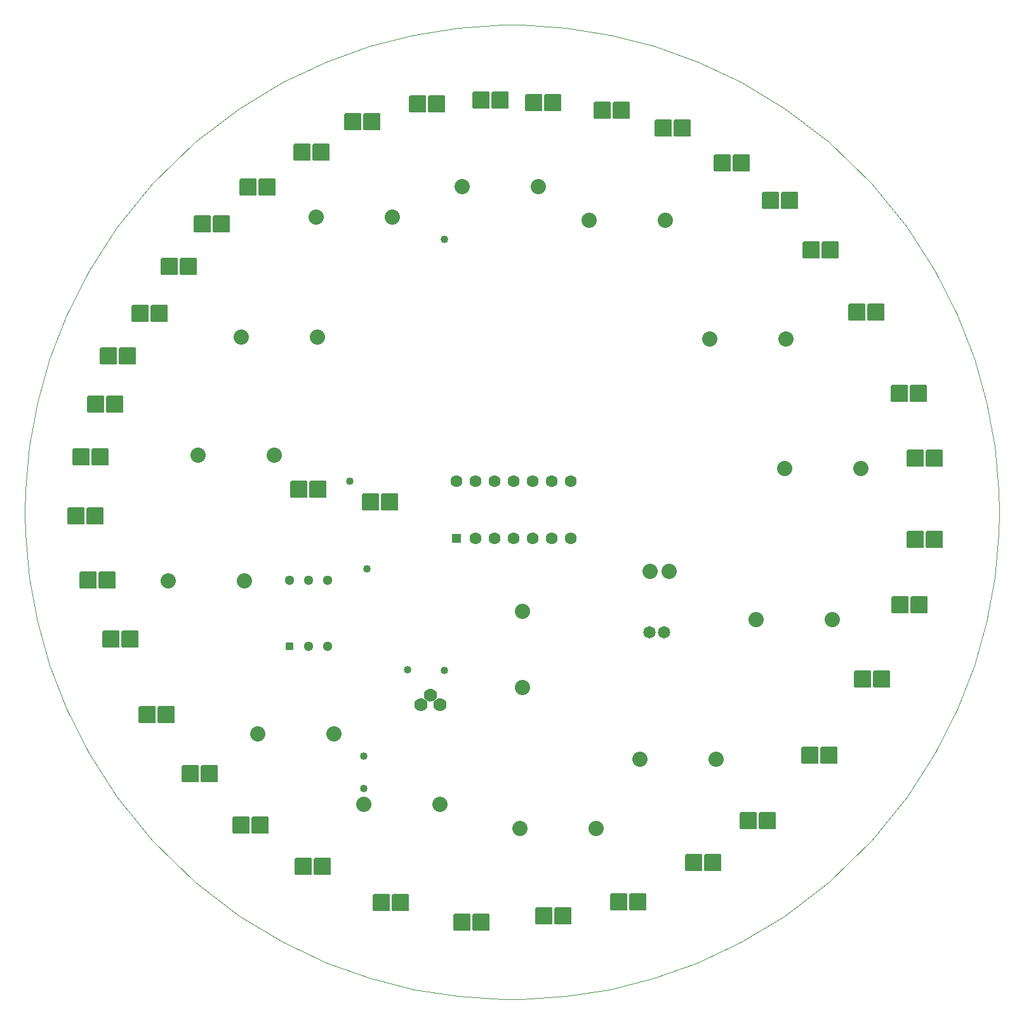
<source format=gbr>
G04 PROTEUS GERBER X2 FILE*
%TF.GenerationSoftware,Labcenter,Proteus,8.17-SP2-Build37159*%
%TF.CreationDate,2024-06-19T13:44:36+00:00*%
%TF.FileFunction,Soldermask,Bot*%
%TF.FilePolarity,Negative*%
%TF.Part,Single*%
%TF.SameCoordinates,{1d89ed81-d2fc-43df-ac84-501309ecc539}*%
%FSLAX45Y45*%
%MOMM*%
G01*
%TA.AperFunction,Material*%
%ADD26C,1.016000*%
%AMPPAD019*
4,1,36,
-0.580530,-0.529830,
-0.580530,0.529830,
-0.579500,0.540040,
-0.576540,0.549560,
-0.571870,0.558170,
-0.565680,0.565680,
-0.558170,0.571870,
-0.549560,0.576540,
-0.540040,0.579500,
-0.529830,0.580530,
0.529830,0.580530,
0.540040,0.579500,
0.549560,0.576540,
0.558170,0.571870,
0.565680,0.565680,
0.571870,0.558170,
0.576540,0.549560,
0.579500,0.540040,
0.580530,0.529830,
0.580530,-0.529830,
0.579500,-0.540040,
0.576540,-0.549560,
0.571870,-0.558170,
0.565680,-0.565680,
0.558170,-0.571870,
0.549560,-0.576540,
0.540040,-0.579500,
0.529830,-0.580530,
-0.529830,-0.580530,
-0.540040,-0.579500,
-0.549560,-0.576540,
-0.558170,-0.571870,
-0.565680,-0.565680,
-0.571870,-0.558170,
-0.576540,-0.549560,
-0.579500,-0.540040,
-0.580530,-0.529830,
0*%
%TA.AperFunction,Material*%
%ADD27PPAD019*%
%ADD28C,1.600000*%
%AMPPAD021*
4,1,36,
-0.474260,-0.424260,
-0.474260,0.424260,
-0.473240,0.434340,
-0.470330,0.443720,
-0.465720,0.452210,
-0.459610,0.459610,
-0.452210,0.465720,
-0.443720,0.470330,
-0.434340,0.473240,
-0.424260,0.474260,
0.424260,0.474260,
0.434340,0.473240,
0.443720,0.470330,
0.452210,0.465720,
0.459610,0.459610,
0.465720,0.452210,
0.470330,0.443720,
0.473240,0.434340,
0.474260,0.424260,
0.474260,-0.424260,
0.473240,-0.434340,
0.470330,-0.443720,
0.465720,-0.452210,
0.459610,-0.459610,
0.452210,-0.465720,
0.443720,-0.470330,
0.434340,-0.473240,
0.424260,-0.474260,
-0.424260,-0.474260,
-0.434340,-0.473240,
-0.443720,-0.470330,
-0.452210,-0.465720,
-0.459610,-0.459610,
-0.465720,-0.452210,
-0.470330,-0.443720,
-0.473240,-0.434340,
-0.474260,-0.424260,
0*%
%TA.AperFunction,Material*%
%ADD29PPAD021*%
%ADD72C,1.300000*%
%AMPPAD023*
4,1,36,
1.016000,-1.143000,
-1.016000,-1.143000,
-1.041590,-1.140420,
-1.065430,-1.133020,
-1.087000,-1.121310,
-1.105800,-1.105800,
-1.121310,-1.087000,
-1.133020,-1.065430,
-1.140420,-1.041590,
-1.143000,-1.016000,
-1.143000,1.016000,
-1.140420,1.041590,
-1.133020,1.065430,
-1.121310,1.087000,
-1.105800,1.105800,
-1.087000,1.121310,
-1.065430,1.133020,
-1.041590,1.140420,
-1.016000,1.143000,
1.016000,1.143000,
1.041590,1.140420,
1.065430,1.133020,
1.087000,1.121310,
1.105800,1.105800,
1.121310,1.087000,
1.133020,1.065430,
1.140420,1.041590,
1.143000,1.016000,
1.143000,-1.016000,
1.140420,-1.041590,
1.133020,-1.065430,
1.121310,-1.087000,
1.105800,-1.105800,
1.087000,-1.121310,
1.065430,-1.133020,
1.041590,-1.140420,
1.016000,-1.143000,
0*%
%TA.AperFunction,Material*%
%ADD73PPAD023*%
%ADD30C,1.651000*%
%TA.AperFunction,Material*%
%ADD31C,1.778000*%
%TA.AperFunction,Material*%
%ADD32C,2.032000*%
%TA.AperFunction,Profile*%
%ADD71C,0.101600*%
%TD.AperFunction*%
D26*
X-1960024Y-3724696D03*
X-1953444Y-3296976D03*
X-884145Y-2148713D03*
X-1367796Y-2145423D03*
X-880623Y+3594622D03*
X-2145805Y+369535D03*
X-1913656Y-794631D03*
D27*
X-724000Y-392000D03*
D28*
X-470000Y-392000D03*
X-216000Y-392000D03*
X+38000Y-392000D03*
X+292000Y-392000D03*
X+546000Y-392000D03*
X+800000Y-392000D03*
X+800000Y+370000D03*
X+546000Y+370000D03*
X+292000Y+370000D03*
X+38000Y+370000D03*
X-216000Y+370000D03*
X-470000Y+370000D03*
X-724000Y+370000D03*
D29*
X-2944000Y-1830000D03*
D72*
X-2690000Y-1830000D03*
X-2436000Y-1830000D03*
X-2436000Y-950000D03*
X-2690000Y-950000D03*
X-2944000Y-950000D03*
D73*
X-1612000Y+90000D03*
X-1866000Y+90000D03*
X-2820000Y+260000D03*
X-2566000Y+260000D03*
X+310000Y+5420000D03*
X+564000Y+5420000D03*
X+1230000Y+5320000D03*
X+1484000Y+5320000D03*
X+2036000Y+5080000D03*
X+2290000Y+5080000D03*
X+2826000Y+4610000D03*
X+3080000Y+4610000D03*
X+3470000Y+4110000D03*
X+3724000Y+4110000D03*
X+4016000Y+3450000D03*
X+4270000Y+3450000D03*
X+4626000Y+2620000D03*
X+4880000Y+2620000D03*
X+5190000Y+1540000D03*
X+5444000Y+1540000D03*
X+5400000Y+680000D03*
X+5654000Y+680000D03*
X+5404000Y-410000D03*
X+5658000Y-410000D03*
X+5200000Y-1280000D03*
X+5454000Y-1280000D03*
X+4700000Y-2270000D03*
X+4954000Y-2270000D03*
X+3996000Y-3290000D03*
X+4250000Y-3290000D03*
X+3176000Y-4160000D03*
X+3430000Y-4160000D03*
X+2450000Y-4720000D03*
X+2704000Y-4720000D03*
X+1450000Y-5240000D03*
X+1704000Y-5240000D03*
X+450000Y-5430000D03*
X+704000Y-5430000D03*
X-640000Y-5510000D03*
X-386000Y-5510000D03*
X-1720000Y-5250000D03*
X-1466000Y-5250000D03*
X-2760000Y-4770000D03*
X-2506000Y-4770000D03*
X-3590000Y-4220000D03*
X-3336000Y-4220000D03*
X-4264000Y-3530000D03*
X-4010000Y-3530000D03*
X-4840000Y-2740000D03*
X-4586000Y-2740000D03*
X-5330000Y-1740000D03*
X-5076000Y-1740000D03*
X-5630000Y-950000D03*
X-5376000Y-950000D03*
X-5790000Y-90000D03*
X-5536000Y-90000D03*
X-5724000Y+690000D03*
X-5470000Y+690000D03*
X-5530000Y+1400000D03*
X-5276000Y+1400000D03*
X-5360000Y+2040000D03*
X-5106000Y+2040000D03*
X-4940000Y+2610000D03*
X-4686000Y+2610000D03*
X-4544000Y+3230000D03*
X-4290000Y+3230000D03*
X-4110000Y+3800000D03*
X-3856000Y+3800000D03*
X-3500000Y+4290000D03*
X-3246000Y+4290000D03*
X-2780000Y+4760000D03*
X-2526000Y+4760000D03*
X-2100000Y+5160000D03*
X-1846000Y+5160000D03*
X-1240000Y+5400000D03*
X-986000Y+5400000D03*
X-390000Y+5450000D03*
X-136000Y+5450000D03*
D30*
X+1850000Y-1640000D03*
X+2050000Y-1640000D03*
D31*
X-1197000Y-2610000D03*
X-1070000Y-2483000D03*
X-943000Y-2610000D03*
D32*
X+2120000Y-830000D03*
X+1866000Y-830000D03*
X+160000Y-1360000D03*
X+160000Y-2376000D03*
X+1050000Y+3850000D03*
X+2066000Y+3850000D03*
X+2660000Y+2270000D03*
X+3676000Y+2270000D03*
X+3660000Y+540000D03*
X+4676000Y+540000D03*
X+3280000Y-1470000D03*
X+4296000Y-1470000D03*
X+1730000Y-3340000D03*
X+2746000Y-3340000D03*
X+130000Y-4260000D03*
X+1146000Y-4260000D03*
X-3370000Y-3000000D03*
X-2354000Y-3000000D03*
X-4560000Y-960000D03*
X-3544000Y-960000D03*
X-4170000Y+720000D03*
X-3154000Y+720000D03*
X-3590000Y+2290000D03*
X-2574000Y+2290000D03*
X-2590000Y+3890000D03*
X-1574000Y+3890000D03*
X-640000Y+4300000D03*
X+376000Y+4300000D03*
X-1960000Y-3940000D03*
X-944000Y-3940000D03*
D71*
X+6517204Y-40000D02*
X+6510628Y+252247D01*
X+6457778Y+836742D01*
X+6350754Y+1421237D01*
X+6186737Y+2005732D01*
X+5961007Y+2590227D01*
X+5666169Y+3174722D01*
X+5290637Y+3759217D01*
X+4815490Y+4343712D01*
X+4240227Y+4899974D01*
X+3655732Y+5344711D01*
X+3071237Y+5696167D01*
X+2486742Y+5970727D01*
X+1902247Y+6178586D01*
X+1317752Y+6326278D01*
X+733257Y+6417935D01*
X+148762Y+6455928D01*
X+20000Y+6457204D01*
X-6477204Y-40000D02*
X-6470628Y+252247D01*
X-6417778Y+836742D01*
X-6310754Y+1421237D01*
X-6146737Y+2005732D01*
X-5921007Y+2590227D01*
X-5626169Y+3174722D01*
X-5250637Y+3759217D01*
X-4775490Y+4343712D01*
X-4200227Y+4899974D01*
X-3615732Y+5344711D01*
X-3031237Y+5696167D01*
X-2446742Y+5970727D01*
X-1862247Y+6178586D01*
X-1277752Y+6326278D01*
X-693257Y+6417935D01*
X-108762Y+6455928D01*
X+20000Y+6457204D01*
X-6477204Y-40000D02*
X-6470628Y-332247D01*
X-6417778Y-916742D01*
X-6310754Y-1501237D01*
X-6146737Y-2085732D01*
X-5921007Y-2670227D01*
X-5626169Y-3254722D01*
X-5250637Y-3839217D01*
X-4775490Y-4423712D01*
X-4200227Y-4979974D01*
X-3615732Y-5424711D01*
X-3031237Y-5776167D01*
X-2446742Y-6050727D01*
X-1862247Y-6258586D01*
X-1277752Y-6406278D01*
X-693257Y-6497935D01*
X-108762Y-6535928D01*
X+20000Y-6537204D01*
X+6517204Y-40000D02*
X+6510628Y-332247D01*
X+6457778Y-916742D01*
X+6350754Y-1501237D01*
X+6186737Y-2085732D01*
X+5961007Y-2670227D01*
X+5666169Y-3254722D01*
X+5290637Y-3839217D01*
X+4815490Y-4423712D01*
X+4240227Y-4979974D01*
X+3655732Y-5424711D01*
X+3071237Y-5776167D01*
X+2486742Y-6050727D01*
X+1902247Y-6258586D01*
X+1317752Y-6406278D01*
X+733257Y-6497935D01*
X+148762Y-6535928D01*
X+20000Y-6537204D01*
M02*

</source>
